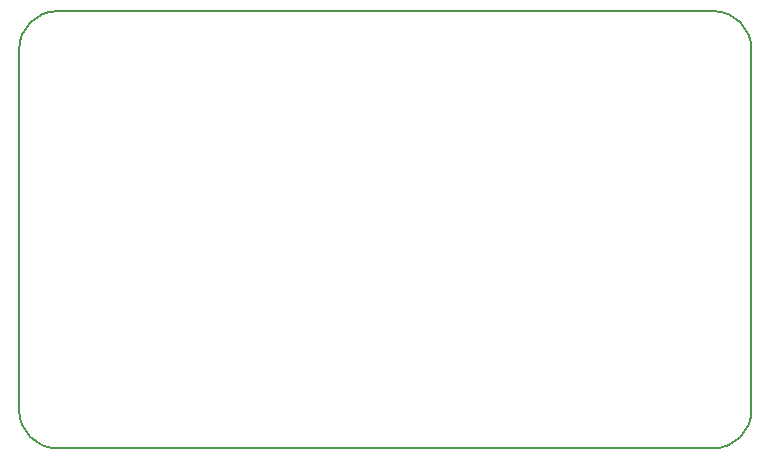
<source format=gbr>
G04 DipTrace 3.1.0.1*
G04 TPA3128D2route.BoardOutline.gbr*
%MOIN*%
G04 #@! TF.FileFunction,Profile*
G04 #@! TF.Part,Single*
%ADD11C,0.005512*%
%FSLAX26Y26*%
G04*
G70*
G90*
G75*
G01*
G04 BoardOutline*
%LPD*%
X520000Y394016D2*
D11*
X2708976D1*
G03X2834961Y520000I-1J125985D01*
G01*
Y1724724D1*
G03X2708976Y1850709I-125985J-1D01*
G01*
X520000D1*
G03X394016Y1724724I1J-125985D01*
G01*
Y520000D1*
G03X520000Y394016I125985J1D01*
G01*
M02*

</source>
